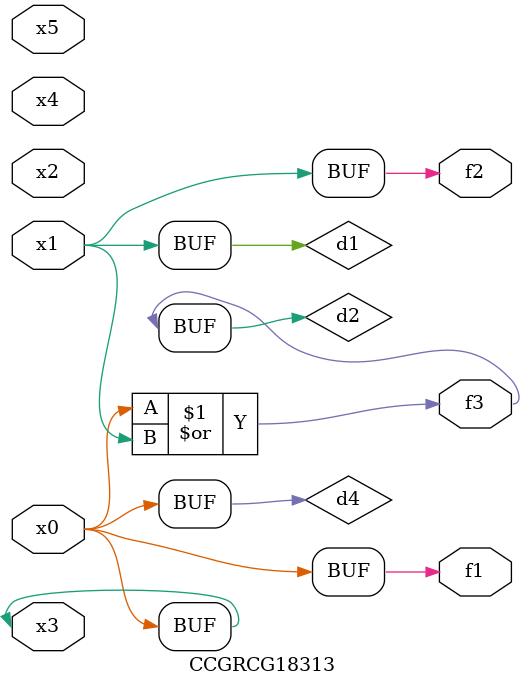
<source format=v>
module CCGRCG18313(
	input x0, x1, x2, x3, x4, x5,
	output f1, f2, f3
);

	wire d1, d2, d3, d4;

	and (d1, x1);
	or (d2, x0, x1);
	nand (d3, x0, x5);
	buf (d4, x0, x3);
	assign f1 = d4;
	assign f2 = d1;
	assign f3 = d2;
endmodule

</source>
